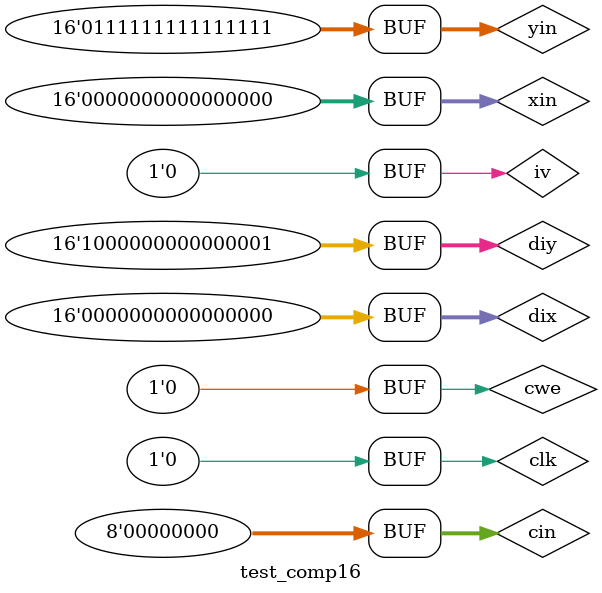
<source format=v>
`timescale 1ns / 1ps
module test_comp16;

	// Inputs
	reg [15:0] dix;
	reg [15:0] diy;
	reg iv;
	reg clk;
	reg [7:0] cin;
	reg cwe;

	// Outputs
	wire [15:0] dox;
	wire [15:0] doy;
	wire ov;
	
	// Test
	reg [15:0] xout,yout,xin,yin;

	// Instantiate the Unit Under Test (UUT)
	comp16 uut (
		.dix(dix), 
		.diy(diy), 
		.iv(iv), 
		.dox(dox), 
		.doy(doy), 
		.ov(ov), 
		.clk(clk), 
		.cin(cin), 
		.cwe(cwe)
	);
	always @ (posedge clk)
	begin
		if (ov) xout <= dox;
		if (ov) yout <= doy;
	end

	initial begin
		// Initialize Inputs
		dix = 0;
		diy = 0;
		iv = 0;
		clk = 0;
		cin = 0;
		cwe = 0;
		xin = 0;
		yin = 32767;

		// Wait 100 ns for global reset to finish
		#100;
        
		// Initialize for gain of 1
		repeat (64)
		begin
			#5 clk = 0; cwe = 1; cin = 8'h10;
			#5 clk = 1;
		end
		#5 clk = 0; cwe = 0; cin = 8'h00;
		#5 clk = 1;
		
		// transmit
		repeat (256)
		begin
			#5 clk = 0; iv = 1; dix = xin; diy = 0;
			#5 clk = 1;
			repeat (31)
			begin
				#5 clk = 0; iv = 0;
				#5 clk = 1;
			end
			xin = xin+256;
			yin = yin-256;
		end

		// Initialize for gain of 2 then 1
		repeat (32)
		begin
			#5 clk = 0; cwe = 1; cin = 8'h10;
			#5 clk = 1;
		end
		repeat (16)
		begin
			#5 clk = 0; cwe = 1; cin = 8'h20;
			#5 clk = 1;
		end
		repeat (8)
		begin
			#5 clk = 0; cwe = 1; cin = 8'h40;
			#5 clk = 1;
		end
		repeat (8)
		begin
			#5 clk = 0; cwe = 1; cin = 8'h80;
			#5 clk = 1;
		end
		#5 clk = 0; cwe = 0; cin = 0;
		#5 clk = 1;
		
		// transmit
		repeat (2)
		begin
			#5 clk = 0; iv = 1; dix = 1023; diy = 0;
			#5 clk = 1;
			repeat (31)
			begin
				#5 clk = 0; iv = 0;
				#5 clk = 1;
			end
			#5 clk = 0; iv = 1; dix = 0; diy = 1023;
			#5 clk = 1;
			repeat (31)
			begin
				#5 clk = 0; iv = 0;
				#5 clk = 1;
			end
			#5 clk = 0; iv = 1; dix = -1023; diy = 0;
			#5 clk = 1;
			repeat (31)
			begin
				#5 clk = 0; iv = 0;
				#5 clk = 1;
			end
			#5 clk = 0; iv = 1; dix = 0; diy = -1023;
			#5 clk = 1;
			repeat (31)
			begin
				#5 clk = 0; iv = 0;
				#5 clk = 1;
			end
			#5 clk = 0; iv = 1; dix = 2047; diy = 0;
			#5 clk = 1;
			repeat (31)
			begin
				#5 clk = 0; iv = 0;
				#5 clk = 1;
			end
			#5 clk = 0; iv = 1; dix = 0; diy = 2047;
			#5 clk = 1;
			repeat (31)
			begin
				#5 clk = 0; iv = 0;
				#5 clk = 1;
			end
			#5 clk = 0; iv = 1; dix = -2047; diy = 0;
			#5 clk = 1;
			repeat (31)
			begin
				#5 clk = 0; iv = 0;
				#5 clk = 1;
			end
			#5 clk = 0; iv = 1; dix = 0; diy = -2047;
			#5 clk = 1;
			repeat (31)
			begin
				#5 clk = 0; iv = 0;
				#5 clk = 1;
			end
			#5 clk = 0; iv = 1; dix = 4095; diy = 0;
			#5 clk = 1;
			repeat (31)
			begin
				#5 clk = 0; iv = 0;
				#5 clk = 1;
			end
			#5 clk = 0; iv = 1; dix = 0; diy = 4095;
			#5 clk = 1;
			repeat (31)
			begin
				#5 clk = 0; iv = 0;
				#5 clk = 1;
			end
			#5 clk = 0; iv = 1; dix = -4095; diy = 0;
			#5 clk = 1;
			repeat (31)
			begin
				#5 clk = 0; iv = 0;
				#5 clk = 1;
			end
			#5 clk = 0; iv = 1; dix = 0; diy = -4095;
			#5 clk = 1;
			repeat (31)
			begin
				#5 clk = 0; iv = 0;
				#5 clk = 1;
			end
			#5 clk = 0; iv = 1; dix = 8191; diy = 0;
			#5 clk = 1;
			repeat (31)
			begin
				#5 clk = 0; iv = 0;
				#5 clk = 1;
			end
			#5 clk = 0; iv = 1; dix = 0; diy = 8191;
			#5 clk = 1;
			repeat (31)
			begin
				#5 clk = 0; iv = 0;
				#5 clk = 1;
			end
			#5 clk = 0; iv = 1; dix = -8191; diy = 0;
			#5 clk = 1;
			repeat (31)
			begin
				#5 clk = 0; iv = 0;
				#5 clk = 1;
			end
			#5 clk = 0; iv = 1; dix = 0; diy = -8191;
			#5 clk = 1;
			repeat (31)
			begin
				#5 clk = 0; iv = 0;
				#5 clk = 1;
			end
			#5 clk = 0; iv = 1; dix = 16383; diy = 0;
			#5 clk = 1;
			repeat (31)
			begin
				#5 clk = 0; iv = 0;
				#5 clk = 1;
			end
			#5 clk = 0; iv = 1; dix = 0; diy = 16383;
			#5 clk = 1;
			repeat (31)
			begin
				#5 clk = 0; iv = 0;
				#5 clk = 1;
			end
			#5 clk = 0; iv = 1; dix = -16383; diy = 0;
			#5 clk = 1;
			repeat (31)
			begin
				#5 clk = 0; iv = 0;
				#5 clk = 1;
			end
			#5 clk = 0; iv = 1; dix = 0; diy = -16383;
			#5 clk = 1;
			repeat (31)
			begin
				#5 clk = 0; iv = 0;
				#5 clk = 1;
			end
			#5 clk = 0; iv = 1; dix = 32767; diy = 0;
			#5 clk = 1;
			repeat (31)
			begin
				#5 clk = 0; iv = 0;
				#5 clk = 1;
			end
			#5 clk = 0; iv = 1; dix = 0; diy = 32767;
			#5 clk = 1;
			repeat (31)
			begin
				#5 clk = 0; iv = 0;
				#5 clk = 1;
			end
			#5 clk = 0; iv = 1; dix = -32767; diy = 0;
			#5 clk = 1;
			repeat (31)
			begin
				#5 clk = 0; iv = 0;
				#5 clk = 1;
			end
			#5 clk = 0; iv = 1; dix = 0; diy = -32767;
			#5 clk = 1;
			repeat (31)
			begin
				#5 clk = 0; iv = 0;
				#5 clk = 1;
			end
			#5 clk = 0;
		end
		#5 clk = 0;
	end
      
endmodule


</source>
